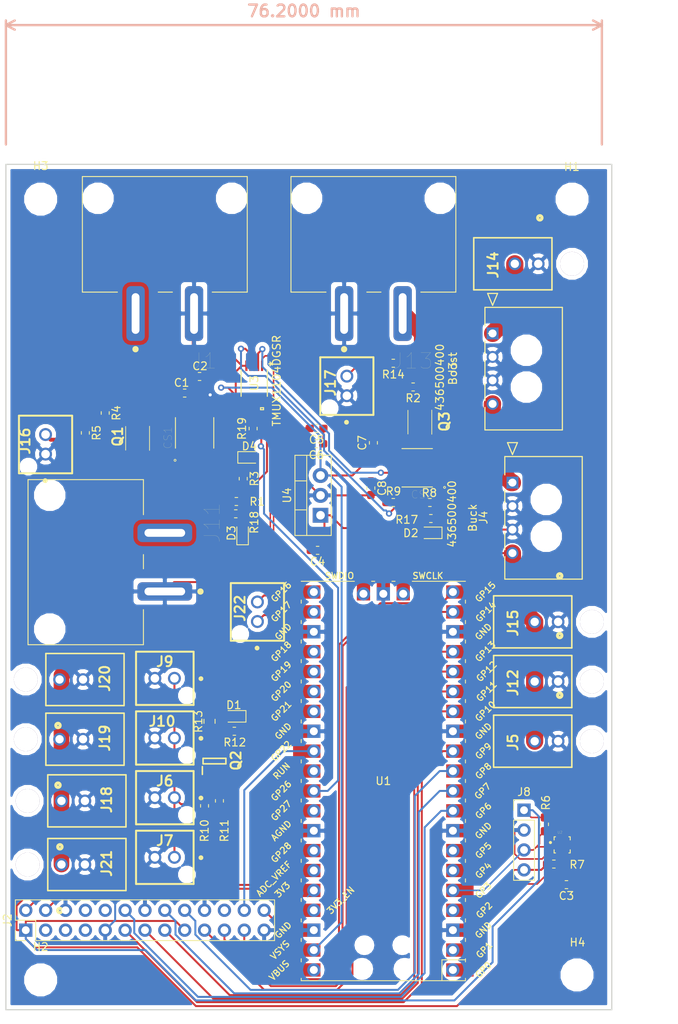
<source format=kicad_pcb>
(kicad_pcb (version 20211014) (generator pcbnew)
  (layers (0 "F.Cu" signal) (31 "B.Cu" signal) (34 "B.Paste" user) (35 "F.Paste" user) (36 "B.SilkS" user "B.Silkscreen") (37 "F.SilkS" user "F.Silkscreen") (38 "B.Mask" user) (39 "F.Mask" user) (44 "Edge.Cuts" user))
  (net 0 "")
  (net 1 "/leak_signal")
  (net 2 "Net-(Q2-Pad2)")
  (net 3 "Net-(Q2-Pad1)")
  (net 4 "GND")
  (net 5 "Net-(C1-Pad1)")
  (net 6 "/RV1")
  (net 7 "/MOS1")
  (net 8 "/MIN1")
  (net 9 "/MOS2")
  (net 10 "/MIN2")
  (net 11 "/B1B")
  (net 12 "Net-(C8-Pad1)")
  (net 13 "Net-(Q3-Pad4)")
  (net 14 "Net-(J13-Pad1)")
  (net 15 "Net-(Q1-Pad4)")
  (net 16 "Net-(U1-Pad43)")
  (net 17 "Net-(U1-Pad41)")
  (net 18 "/CTRL1")
  (net 19 "/CTRL2")
  (net 20 "/K1")
  (net 21 "/K2")
  (net 22 "/K3")
  (net 23 "/TP_SO")
  (net 24 "/CSB")
  (net 25 "Net-(U1-Pad30)")
  (net 26 "/MOUT")
  (net 27 "Net-(U1-Pad32)")
  (net 28 "Net-(U1-Pad34)")
  (net 29 "Net-(U1-Pad35)")
  (net 30 "/3.3V")
  (net 31 "Net-(U1-Pad37)")
  (net 32 "/5V")
  (net 33 "Net-(U1-Pad40)")
  (net 34 "/INT")
  (net 35 "/LCD_CS")
  (net 36 "/TP_CS")
  (net 37 "/TP_IRQ")
  (net 38 "/RS")
  (net 39 "/RST")
  (net 40 "/SI")
  (net 41 "/SCK")
  (net 42 "/SCL")
  (net 43 "/SDA")
  (net 44 "Net-(U1-Pad2)")
  (net 45 "Net-(U1-Pad1)")
  (net 46 "Net-(J1-Pad2)")
  (net 47 "/MIN4")
  (net 48 "/MIN3")
  (net 49 "/Buck_Out")
  (net 50 "/BOOST_OUT")
  (net 51 "/P")
  (net 52 "Net-(D1-Pad2)")
  (net 53 "Net-(D4-Pad2)")
  (net 54 "Net-(D3-Pad2)")
  (net 55 "Net-(D2-Pad2)")
  (net 56 "Net-(J17-Pad2)")
  (net 57 "Net-(J16-Pad2)")
  (net 58 "Net-(J2-Pad3)")
  (net 59 "Net-(J2-Pad5)")
  (net 60 "Net-(J2-Pad7)")
  (net 61 "Net-(J2-Pad8)")
  (net 62 "Net-(J2-Pad10)")
  (net 63 "Net-(J2-Pad22)")
  (net 64 "/TX")
  (net 65 "/RX")
  (net 66 "Net-(U1-Pad27)")
  (footprint "Resistor_SMD:R_0603_1608Metric_Pad1.05x0.95mm_HandSolder" (layer "F.Cu") (at 86.36 81.28 -90)
    (fp_text reference "R5")
    (fp_text value "20k")
  )
  (footprint "battery_connector:molex_supersabre_1x2_172043-0201" (layer "F.Cu") (at 96.52 97.79 -90)
    (fp_text reference "J11")
    (fp_text value "Battery_out")
  )
  (footprint "footprint:input" (layer "F.Cu") (at 151.13 105.41 90)
    (fp_text reference "J15")
    (fp_text value "Buck_out" hide)
  )
  (footprint "Connector_PinHeader_2.54mm:PinHeader_1x04_P2.54mm_Vertical" (layer "F.Cu") (at 142.448606 129.458684)
    (fp_text reference "J8")
    (fp_text value "bmp388")
  )
  (footprint "footprint:input" (layer "F.Cu") (at 151.13 120.65 90)
    (fp_text reference "J5")
    (fp_text value "Buck_out" hide)
  )
  (footprint "footprint:01x02" (layer "F.Cu") (at 123.19508 75.30592 -90)
    (fp_text reference "J17")
    (fp_text value "Conn_01x02_Male" hide)
  )
  (footprint "footprint:01x02" (layer "F.Cu") (at 84.6709 82.76082 -90)
    (fp_text reference "J16")
    (fp_text value "Conn_01x02_Male" hide)
  )
  (footprint "footprint:input" (layer "F.Cu") (at 78.74 112.776 -90)
    (fp_text reference "J20")
    (fp_text value "Battery_out" hide)
  )
  (footprint "footprint:input" (layer "F.Cu") (at 78.74 120.396 -90)
    (fp_text reference "J19")
    (fp_text value "Battery_out" hide)
  )
  (footprint "footprint:input" (layer "F.Cu") (at 78.982924 128.27 -90)
    (fp_text reference "J18")
    (fp_text value "Battery_out" hide)
  )
  (footprint "footprint:input" (layer "F.Cu") (at 78.982924 136.398 -90)
    (fp_text reference "J21")
    (fp_text value "Battery_out" hide)
  )
  (footprint "Resistor_SMD:R_0603_1608Metric_Pad1.05x0.95mm_HandSolder" (layer "F.Cu") (at 125.73 72.39 180)
    (fp_text reference "R14")
    (fp_text value "20k")
  )
  (footprint "Package_TO_SOT_THT:TO-220-3_Vertical" (layer "F.Cu") (at 116.42852 91.80068 90)
    (fp_text reference "U4")
    (fp_text value "LM7805_TO220")
  )
  (footprint "Connector_PinHeader_2.54mm:PinHeader_2x13_P2.54mm_Vertical" (layer "F.Cu") (at 78.74 144.78 90)
    (fp_text reference "J2")
    (fp_text value "Conn_02x13_Odd_Even")
  )
  (footprint "Resistor_SMD:R_0603_1608Metric_Pad1.05x0.95mm_HandSolder" (layer "F.Cu") (at 105.41 119.38)
    (fp_text reference "R12")
    (fp_text value "1k")
  )
  (footprint "Resistor_SMD:R_0603_1608Metric_Pad1.05x0.95mm_HandSolder" (layer "F.Cu") (at 145.064806 131.264624 90)
    (fp_text reference "R6")
    (fp_text value "4.7k")
  )
  (footprint "footprint:01x02" (layer "F.Cu") (at 111.76 104.14 -90)
    (fp_text reference "J22")
    (fp_text value "Conn_01x02_Male" hide)
  )
  (footprint "footprint:01x02" (layer "F.Cu") (at 96.52 109.22)
    (fp_text reference "J9")
    (fp_text value "probe2" hide)
  )
  (footprint "footprint:01x02" (layer "F.Cu") (at 96.52 116.84)
    (fp_text reference "J10")
    (fp_text value "probe3" hide)
  )
  (footprint "Resistor_SMD:R_0603_1608Metric_Pad1.05x0.95mm_HandSolder" (layer "F.Cu") (at 103.505 128.27 90)
    (fp_text reference "R11")
    (fp_text value "27k")
  )
  (footprint "footprint:input" (layer "F.Cu") (at 151.13 113.03 90)
    (fp_text reference "J12")
    (fp_text value "Buck_out" hide)
  )
  (footprint "footprint:CON_436500400_MOL" (layer "F.Cu") (at 140.97 87.63 90)
    (fp_text reference "J4")
    (fp_text value "Buck")
  )
  (footprint "footprint:input" (layer "F.Cu") (at 148.59 59.69 90)
    (fp_text reference "J14")
    (fp_text value "Boost_out" hide)
  )
  (footprint "Resistor_SMD:R_0603_1608Metric_Pad1.05x0.95mm_HandSolder" (layer "F.Cu") (at 125.73 90.17)
    (fp_text reference "R9")
    (fp_text value "10k")
  )
  (footprint "Capacitor_SMD:C_0603_1608Metric_Pad1.05x0.95mm_HandSolder" (layer "F.Cu") (at 123.19 82.55 90)
    (fp_text reference "C7")
    (fp_text value "0.1uF")
  )
  (footprint "footprint:SOT95P240X120-3N" (layer "F.Cu") (at 102.87 123.19 90)
    (fp_text reference "Q2")
    (fp_text value "MMBT3906" hide)
  )
  (footprint "LED_SMD:LED_0603_1608Metric" (layer "F.Cu") (at 106.4641 94.08414 90)
    (fp_text reference "D3")
    (fp_text value "LED")
  )
  (footprint "LED_SMD:LED_0603_1608Metric" (layer "F.Cu") (at 107.33786 84.41182)
    (fp_text reference "D4")
    (fp_text value "LED")
  )
  (footprint "MountingHole:MountingHole_3.2mm_M3" (layer "F.Cu") (at 149.28342 150.54072)
    (fp_text reference "H4")
    (fp_text value "MountingHole")
  )
  (footprint "MountingHole:MountingHole_3.2mm_M3" (layer "F.Cu") (at 80.64754 51.3969)
    (fp_text reference "H3")
    (fp_text value "MountingHole")
  )
  (footprint "MountingHole:MountingHole_3.2mm_M3" (layer "F.Cu") (at 80.63992 151.1173)
    (fp_text reference "H2")
    (fp_text value "MountingHole")
  )
  (footprint "MountingHole:MountingHole_3.2mm_M3" (layer "F.Cu") (at 148.55952 51.51374)
    (fp_text reference "H1")
    (fp_text value "MountingHole")
  )
  (footprint "footprint:SOIC127P600X175-8N" (layer "F.Cu") (at 100.33 81.28 90)
    (fp_text reference "CS1")
    (fp_text value "ACS712ELCTR-30A-T")
  )
  (footprint "footprint:SOIC127P600X175-8N" (layer "F.Cu") (at 128.78816 85.7377 180)
    (fp_text reference "CS2")
    (fp_text value "ACS712ELCTR-30A-T")
  )
  (footprint "footprint:SIS862DNT1GE3" (layer "F.Cu") (at 129.12852 79.89824 -90)
    (fp_text reference "Q3")
    (fp_text value "SIS427EDN-T1-GE3" hide)
  )
  (footprint "footprint:SIS862DNT1GE3" (layer "F.Cu") (at 93.04 81.959 -90)
    (fp_text reference "Q1")
    (fp_text value "SIS427EDN-T1-GE3" hide)
  )
  (footprint "footprint:RPi_Pico_SMD_TH" (layer "F.Cu") (at 124.46 125.73 180)
    (fp_text reference "U1")
    (fp_text value "Pico")
  )
  (footprint "footprint:PQFN50P200X200X80-10N" (layer "F.Cu") (at 147.325406 133.888444)
    (fp_text reference "U2")
    (fp_text value "BMP388")
  )
  (footprint "footprint:DGS10_TEX" (layer "F.Cu") (at 107.95 74.93 -90)
    (fp_text reference "U3")
    (fp_text value "TMUX1104DGSR")
  )
  (footprint "footprint:CON_436500400_MOL" (layer "F.Cu") (at 138.43 68.58 90)
    (fp_text reference "J3")
    (fp_text value "Boost")
  )
  (footprint "footprint:01x02" (layer "F.Cu") (at 96.52 132.08)
    (fp_text reference "J7")
    (fp_text value "probe4" hide)
  )
  (footprint "footprint:01x02" (layer "F.Cu") (at 96.52 124.46)
    (fp_text reference "J6")
    (fp_text value "probe1" hide)
  )
  (footprint "battery_connector:molex_supersabre_1x2_172043-0201" (layer "F.Cu") (at 96.52 66.04 180)
    (fp_text reference "J1")
    (fp_text value "IN1")
  )
  (footprint "battery_connector:molex_supersabre_1x2_172043-0201" (layer "F.Cu") (at 123.19 66.04 180)
    (fp_text reference "J13")
    (fp_text value "IN2")
  )
  (footprint "Resistor_SMD:R_0805_2012Metric_Pad1.15x1.40mm_HandSolder" (layer "F.Cu") (at 102.235 118.11 90)
    (fp_text reference "R13")
    (fp_text value "240")
  )
  (footprint "Resistor_SMD:R_0603_1608Metric_Pad1.05x0.95mm_HandSolder" (layer "F.Cu") (at 106.54538 87.12962 -90)
    (fp_text reference "R3")
    (fp_text value "10k")
  )
  (footprint "Resistor_SMD:R_0603_1608Metric_Pad1.05x0.95mm_HandSolder" (layer "F.Cu") (at 128.27 75.41768 180)
    (fp_text reference "R2")
    (fp_text value "10k")
  )
  (footprint "Resistor_SMD:R_0603_1608Metric_Pad1.05x0.95mm_HandSolder" (layer "F.Cu") (at 101.6 128.905 90)
    (fp_text reference "R10")
    (fp_text value "1k")
  )
  (footprint "Resistor_SMD:R_0603_1608Metric_Pad1.05x0.95mm_HandSolder" (layer "F.Cu") (at 130.415 90.17 180)
    (fp_text reference "R8")
    (fp_text value "2k")
  )
  (footprint "Resistor_SMD:R_0603_1608Metric_Pad1.05x0.95mm_HandSolder" (layer "F.Cu") (at 146.263686 136.339544)
    (fp_text reference "R7")
    (fp_text value "4.7k")
  )
  (footprint "Resistor_SMD:R_0603_1608Metric_Pad1.05x0.95mm_HandSolder" (layer "F.Cu") (at 105.66654 90.043)
    (fp_text reference "R1")
    (fp_text value "2k")
  )
  (footprint "Resistor_SMD:R_0603_1608Metric_Pad1.05x0.95mm_HandSolder" (layer "F.Cu") (at 107.8103 80.73136 90)
    (fp_text reference "R19")
    (fp_text value ".5k")
  )
  (footprint "Resistor_SMD:R_0603_1608Metric_Pad1.05x0.95mm_HandSolder" (layer "F.Cu") (at 105.59158 91.61272 180)
    (fp_text reference "R18")
    (fp_text value ".5k")
  )
  (footprint "Resistor_SMD:R_0603_1608Metric_Pad1.05x0.95mm_HandSolder" (layer "F.Cu") (at 130.53822 92.21724)
    (fp_text reference "R17")
    (fp_text value ".5k")
  )
  (footprint "Resistor_SMD:R_0603_1608Metric_Pad1.05x0.95mm_HandSolder" (layer "F.Cu") (at 88.9 78.74 -90)
    (fp_text reference "R4")
    (fp_text value "10k")
  )
  (footprint "LED_SMD:LED_0603_1608Metric" (layer "F.Cu") (at 105.41 117.475 180)
    (fp_text reference "D1")
    (fp_text value "LED")
  )
  (footprint "LED_SMD:LED_0603_1608Metric" (layer "F.Cu") (at 130.47472 94.0435 180)
    (fp_text reference "D2")
    (fp_text value "LED")
  )
  (footprint "Capacitor_SMD:C_0603_1608Metric_Pad1.05x0.95mm_HandSolder" (layer "F.Cu") (at 122.86488 88.33612 -90)
    (fp_text reference "C8")
    (fp_text value "1nF")
  )
  (footprint "Capacitor_SMD:C_0603_1608Metric_Pad1.05x0.95mm_HandSolder" (layer "F.Cu") (at 115.89258 82.67192 180)
    (fp_text reference "C6")
    (fp_text value "0.1u")
  )
  (footprint "Capacitor_SMD:C_0603_1608Metric_Pad1.05x0.95mm_HandSolder" (layer "F.Cu") (at 115.92306 80.71104 180)
    (fp_text reference "C5")
    (fp_text value "10u")
  )
  (footprint "Capacitor_SMD:C_0603_1608Metric_Pad1.05x0.95mm_HandSolder" (layer "F.Cu") (at 116.05514 96.2787 180)
    (fp_text reference "C4")
    (fp_text value "10u")
  )
  (footprint "Capacitor_SMD:C_0603_1608Metric_Pad1.05x0.95mm_HandSolder" (layer "F.Cu") (at 147.871506 138.965904 180)
    (fp_text reference "C3")
    (fp_text value "100n")
  )
  (footprint "Capacitor_SMD:C_0603_1608Metric_Pad1.05x0.95mm_HandSolder" (layer "F.Cu") (at 100.96246 74.08164 180)
    (fp_text reference "C2")
    (fp_text value "0.1uF")
  )
  (footprint "Capacitor_SMD:C_0603_1608Metric_Pad1.05x0.95mm_HandSolder" (layer "F.Cu") (at 99.06 76.2)
    (fp_text reference "C1")
    (fp_text value "1nF")
  )
  (gr_line (start 76.2 154.94) (end 153.67 154.94) (layer "Edge.Cuts") (width 0.15))
  (gr_line (start 153.67 154.94) (end 153.67 46.99) (layer "Edge.Cuts") (width 0.15))
  (gr_line (start 76.2 46.99) (end 76.2 154.94) (layer "Edge.Cuts") (width 0.15))
  (gr_line (start 153.67 46.99) (end 76.2 46.99) (layer "Edge.Cuts") (width 0.15))
  (dimension (type aligned) (layer "B.SilkS") (pts (xy 152.4 44.45) (xy 76.2 44.45)) (height 15.24) (gr_text "76.2000 mm" (at 114.3 27.41) (layer "B.SilkS") (effects (font (size 1.5 1.5) (thickness 0.3)))) (format (units 2) (units_format 1) (precision 4)) (style (thickness 0.3) (arrow_length 1.27) (text_position_mode 0) (extension_height 0.58642) (extension_offset 0) keep_text_aligned))
  (segment (start 102.235 119.135) (end 104.29 119.135) (width 0.25) (layer "F.Cu") (net 1))
  (segment (start 104.29 119.135) (end 104.535 119.38) (width 0.25) (layer "F.Cu") (net 1))
  (segment (start 102.235 120.41632) (end 102.87 121.05132) (width 0.25) (layer "F.Cu") (net 1))
  (segment (start 100.88372 116.84809) (end 100.88626 116.84555) (width 0.25) (layer "F.Cu") (net 1))
  (segment (start 102.235 119.135) (end 102.235 120.41632) (width 0.25) (layer "F.Cu") (net 1))
  (segment (start 102.235 119.135) (end 100.88372 117.78372) (width 0.25) (layer "F.Cu") (net 1))
  (segment (start 100.88626 115.87988) (end 102.46614 114.3) (width 0.25) (layer "F.Cu") (net 1))
  (segment (start 102.46614 114.3) (end 115.57 114.3) (width 0.25) (layer "F.Cu") (net 1))
  (segment (start 100.88372 117.78372) (end 100.88372 116.84809) (width 0.25) (layer "F.Cu") (net 1))
  (segment (start 102.87 121.05132) (end 102.87 121.99) (width 0.25) (layer "F.Cu") (net 1))
  (segment (start 100.88626 116.84555) (end 100.88626 115.87988) (width 0.25) (layer "F.Cu") (net 1))
  (segment (start 103.505 127.395) (end 103.505 124.705) (width 0.25) (layer "F.Cu") (net 2))
  (segment (start 103.505 124.705) (end 103.82 124.39) (width 0.25) (layer "F.Cu") (net 2))
  (segment (start 101.6 124.71) (end 101.92 124.39) (width 0.25) (layer "F.Cu") (net 3))
  (segment (start 103.505 129.145) (end 102.715 129.145) (width 0.25) (layer "F.Cu") (net 3))
  (segment (start 101.6 128.03) (end 101.6 124.71) (width 0.25) (layer "F.Cu") (net 3))
  (segment (start 102.715 129.145) (end 101.6 128.03) (width 0.25) (layer "F.Cu") (net 3))
  (segment (start 147.632746 131.795484) (end 147.675926 131.752304) (width 0.2) (layer "F.Cu") (net 4))
  (segment (start 113.86312 83.82638) (end 113.86312 86.74278) (width 0.25) (layer "F.Cu") (net 4))
  (segment (start 147.825406 133.123444) (end 147.825406 131.988144) (width 0.2) (layer "F.Cu") (net 4))
  (segment (start 113.86312 86.74278) (end 116.38102 89.26068) (width 0.25) (layer "F.Cu") (net 4))
  (segment (start 144.133842 138.879544) (end 140.750458 138.879544) (width 0.2) (layer "F.Cu") (net 4))
  (segment (start 114.42306 80.71104) (end 113.86312 81.27098) (width 0.25) (layer "F.Cu") (net 4))
  (segment (start 145.78963 134.653444) (end 146.450406 134.653444) (width 0.2) (layer "F.Cu") (net 4))
  (segment (start 106.285 119.38) (end 106.285 117.5625) (width 0.25) (layer "F.Cu") (net 4))
  (segment (start 105.57045 81.06453) (end 99.249528 81.06453) (width 0.25) (layer "F.Cu") (net 4))
  (segment (start 104.57815 66.04381) (end 104.58196 66.04) (width 0.25) (layer "F.Cu") (net 4))
  (segment (start 106.54538 86.25462) (end 106.49956 86.2088) (width 0.25) (layer "F.Cu") (net 4))
  (segment (start 97.08388 78.898882) (end 97.08388 75.98061) (width 0.25) (layer "F.Cu") (net 4))
  (segment (start 115.17852 89.26068) (end 114.13744 90.30176) (width 0.25) (layer "F.Cu") (net 4))
  (segment (start 140.367942 131.120101) (end 141.246525 131.998684) (width 0.2) (layer "F.Cu") (net 4))
  (segment (start 146.213696 135.952654) (end 146.213696 136.79969) (width 0.2) (layer "F.Cu") (net 4))
  (segment (start 115.04806 80.71104) (end 114.42306 80.71104) (width 0.25) (layer "F.Cu") (net 4))
  (segment (start 106.4641 98.0059) (end 104.14 100.33) (width 0.25) (layer "F.Cu") (net 4))
  (segment (start 146.450406 134.653444) (end 146.825406 134.653444) (width 0.2) (layer "F.Cu") (net 4))
  (segment (start 97.72 100.33) (end 96.52 101.53) (width 0.25) (layer "F.Cu") (net 4))
  (segment (start 102.235 78.58) (end 102.235 76.50988) (width 0.25) (layer "F.Cu") (net 4))
  (segment (start 126.08816 83.2827) (end 126.08816 83.8327) (width 0.25) (layer "F.Cu") (net 4))
  (segment (start 106.285 117.5625) (end 106.1975 117.475) (width 0.25) (layer "F.Cu") (net 4))
  (segment (start 123.19 81.675) (end 124.48046 81.675) (width 0.25) (layer "F.Cu") (net 4))
  (segment (start 99.935 74.2341) (end 100.08746 74.08164) (width 0.25) (layer "F.Cu") (net 4))
  (segment (start 142.448606 131.998684) (end 141.246525 131.998684) (width 0.2) (layer "F.Cu") (net 4))
  (segment (start 148.244886 135.512924) (end 147.825406 135.093444) (width 0.25) (layer "F.Cu") (net 4))
  (segment (start 106.285 119.38) (end 115.57 119.38) (width 0.25) (layer "F.Cu") (net 4))
  (segment (start 98.98285 74.08164) (end 100.08746 74.08164) (width 0.25) (layer "F.Cu") (net 4))
  (segment (start 115.01758 82.67192) (end 113.86312 83.82638) (width 0.25) (layer "F.Cu") (net 4))
  (segment (start 147.825406 134.653444) (end 147.825406 135.124145) (width 0.2) (layer "F.Cu") (net 4))
  (segment (start 122.81532 89.26068) (end 122.86488 89.21112) (width 0.25) (layer "F.Cu") (net 4))
  (segment (start 123.19 81.675) (end 123.19 79.93084) (width 0.25) (layer "F.Cu") (net 4))
  (segment (start 114.13744 90.30176) (end 114.13744 95.236) (width 0.25) (layer "F.Cu") (net 4))
  (segment (start 147.675926 131.752304) (end 147.675926 127.894044) (width 0.2) (layer "F.Cu") (net 4))
  (segment (start 116.38102 89.26068) (end 116.42852 89.26068) (width 0.25) (layer "F.Cu") (net 4))
  (segment (start 147.632746 131.795484) (end 147.325406 132.102824) (width 0.2) (layer "F.Cu") (net 4))
  (segment (start 123.19 79.93084) (end 119.79508 76.53592) (width 0.25) (layer "F.Cu") (net 4))
  (segment (start 99.935 76.2) (end 99.935 74.2341) (width 0.25) (layer "F.Cu") (net 4))
  (segment (start 104.14 100.33) (end 97.72 100.33) (width 0.25) (layer "F.Cu") (net 4))
  (segment (start 147.825406 131.988144) (end 147.632746 131.795484) (width 0.2) (layer "F.Cu") (net 4))
  (segment (start 146.996506 138.965904) (end 146.996506 138.390904) (width 0.25) (layer "F.Cu") (net 4))
  (segment (start 147.825406 135.093444) (end 147.825406 134.653444) (width 0.25) (layer "F.Cu") (net 4))
  (segment (start 100.08746 66.21254) (end 100.26 66.04) (width 0.25) (layer "F.Cu") (net 4))
  (segment (start 134.850002 144.78) (end 133.35 144.78) (width 0.2) (layer "F.Cu") (net 4))
  (segment (start 147.675926 127.894044) (end 146.959646 127.177764) (width 0.2) (layer "F.Cu") (net 4))
  (segment (start 100.08746 74.08164) (end 100.08746 66.21254) (width 0.25) (layer "F.Cu") (net 4))
  (segment (start 140.750458 138.879544) (end 134.850002 144.78) (width 0.2) (layer "F.Cu") (net 4))
  (segment (start 148.244886 137.142524) (end 148.244886 135.512924) (width 0.25) (layer "F.Cu") (net 4))
  (segment (start 107.95508 69.42074) (end 104.57815 66.04381) (width 0.25) (layer "F.Cu") (net 4))
  (segment (start 107.95508 71.146818) (end 107.95508 69.42074) (width 0.25) (layer "F.Cu") (net 4))
  (segment (start 122.86488 89.21112) (end 123.89612 89.21112) (width 0.25) (layer "F.Cu") (net 4))
  (segment (start 146.213696 136.79969) (end 144.133842 138.879544) (width 0.2) (layer "F.Cu") (net 4))
  (segment (start 146.959646 127.177764) (end 141.036369 127.177764) (width 0.2) (layer "F.Cu") (net 4))
  (segment (start 124.48046 81.675) (end 126.08816 83.2827) (width 0.25) (layer "F.Cu") (net 4))
  (segment (start 107.95 71.151898) (end 107.95508 71.146818) (width 0.25) (layer "F.Cu") (net 4))
  (segment (start 113.86312 81.27098) (end 113.86312 86.74278) (width 0.25) (layer "F.Cu") (net 4))
  (segment (start 106.49956 86.2088) (end 106.49956 81.99364) (width 0.25) (layer "F.Cu") (net 4))
  (segment (start 106.4641 94.87164) (end 106.4641 98.0059) (width 0.25) (layer "F.Cu") (net 4))
  (segment (start 141.896605 135.688685) (end 144.754389 135.688685) (width 0.2) (layer "F.Cu") (net 4))
  (segment (start 131.26222 94.0435) (end 138.016498 94.0435) (width 0.25) (layer "F.Cu") (net 4))
  (segment (start 141.246525 135.038605) (end 141.896605 135.688685) (width 0.2) (layer "F.Cu") (net 4))
  (segment (start 106.49956 81.99364) (end 105.57045 81.06453) (width 0.25) (layer "F.Cu") (net 4))
  (segment (start 141.246525 131.998684) (end 141.246525 135.038605) (width 0.2) (layer "F.Cu") (net 4))
  (segment (start 147.825406 135.124145) (end 147.385017 135.564534) (width 0.2) (layer "F.Cu") (net 4))
  (segment (start 147.325406 133.123444) (end 147.325406 132.102824) (width 0.2) (layer "F.Cu") (net 4))
  (segment (start 138.43 93.629998) (end 140.97 93.629998) (width 0.25) (layer "F.Cu") (net 4))
  (segment (start 116.42852 89.26068) (end 122.81532 89.26068) (width 0.25) (layer "F.Cu") (net 4))
  (segment (start 102.235 76.50988) (end 102.31882 76.42606) (width 0.25) (layer "F.Cu") (net 4))
  (segment (start 116.42852 89.26068) (end 115.17852 89.26068) (width 0.25) (layer "F.Cu") (net 4))
  (segment (start 97.08388 75.98061) (end 98.98285 74.08164) (width 0.25) (layer "F.Cu") (net 4))
  (segment (start 147.385017 135.564534) (end 146.601816 135.564534) (width 0.2) (layer "F.Cu") (net 4))
  (segment (start 141.036369 127.177764) (end 140.367942 127.846191) (width 0.2) (layer "F.Cu") (net 4))
  (segment (start 146.601816 135.564534) (end 146.213696 135.952654) (width 0.2) (layer "F.Cu") (net 4))
  (segment (start 138.016498 94.0435) (end 138.43 93.629998) (width 0.25) (layer "F.Cu") (net 4))
  (segment (start 123.89612 89.21112) (end 124.855 90.17) (width 0.25) (layer "F.Cu") (net 4))
  (segment (start 107.95 72.71385) (end 107.95 71.151898) (width 0.25) (layer "F.Cu") (net 4))
  (segment (start 114.13744 95.236) (end 115.18014 96.2787) (width 0.25) (layer "F.Cu") (net 4))
  (segment (start 99.249528 81.06453) (end 97.08388 78.898882) (width 0.25) (layer "F.Cu") (net 4))
  (segment (start 104.58196 66.04) (end 100.26 66.04) (width 0.25) (layer "F.Cu") (net 4))
  (segment (start 146.996506 138.390904) (end 148.244886 137.142524) (width 0.25) (layer "F.Cu") (net 4))
  (segment (start 140.367942 127.846191) (end 140.367942 131.120101) (width 0.2) (layer "F.Cu") (net 4))
  (segment (start 144.754389 135.688685) (end 145.78963 134.653444) (width 0.2) (layer "F.Cu") (net 4))
  (via (at 102.31882 76.42606) (size 0.8) (drill 0.4) (layers "F.Cu" "B.Cu") (net 4))
  (segment (start 90.17 143.51) (end 90.17 140.97) (width 0.25) (layer "B.Cu") (net 4))
  (segment (start 93.98 140.97) (end 93.98 142.24) (width 0.25) (layer "B.Cu") (net 4))
  (segment (start 91.44 139.7) (end 92.71 139.7) (width 0.25) (layer "B.Cu") (net 4))
  (segment (start 90.17 140.97) (end 91.44 139.7) (width 0.25) (layer "B.Cu") (net 4))
  (segment (start 92.71 139.7) (end 93.98 140.97) (width 0.25) (layer "B.Cu") (net 4))
  (segment (start 88.9 144.78) (end 90.17 143.51) (width 0.25) (layer "B.Cu") (net 4))
  (segment (start 98.425 78.58) (end 98.425 76.44) (width 0.25) (layer "F.Cu") (net 5))
  (segment (start 98.425 76.44) (end 98.185 76.2) (width 0.25) (layer "F.Cu") (net 5))
  (segment (start 90.34018 105.22458) (end 90.34018 97.58172) (width 2) (layer "F.Cu") (net 6))
  (segment (start 102.265 83.98) (end 102.79126 83.45374) (width 1) (layer "F.Cu") (net 6))
  (segment (start 102.265 83.98) (end 102.94874 84.66374) (width 1) (layer "F.Cu") (net 6))
  (segment (start 96.52 94.05) (end 91.51 94.05) (width 2.5) (layer "F.Cu") (net 6))
  (segment (start 100.965 83.98) (end 102.265 83.98) (width 1) (layer "F.Cu") (net 6))
  (segment (start 101.86162 84.32662) (end 101.86162 84.57692) (width 0.25) (layer "F.Cu") (net 6))
  (segment (start 102.94874 84.66374) (end 102.94874 86.12378) (width 1) (layer "F.Cu") (net 6))
  (segment (start 95.18 92.71) (end 92.71 92.71) (width 2.5) (layer "F.Cu") (net 6))
  (segment (start 102.11308 82.9564) (end 100.89642 82.9564) (width 1) (layer "F.Cu") (net 6))
  (segment (start 96.52 94.05) (end 95.18 92.71) (width 2.5) (layer "F.Cu") (net 6))
  (segment (start 90.34018 97.58172) (end 91.81999 96.10191) (width 2) (layer "F.Cu") (net 6))
  (segment (start 100.89642 82.9564) (end 100.99802 83.058) (width 1) (layer "F.Cu") (net 6))
  (segment (start 102.235 83.98) (end 102.235 83.07832) (width 1) (layer "F.Cu") (net 6))
  (segment (start 83.302924 112.261836) (end 90.34018 105.22458) (width 2) (layer "F.Cu") (net 6))
  (segment (start 101.53 94.05) (end 101.46 93.98) (width 2.5) (layer "F.Cu") (net 6))
  (segment (start 83.302924 136.398) (end 83.302924 112.261836) (width 2) (layer "F.Cu") (net 6))
  (segment (start 101.515 83.98) (end 101.86162 84.32662) (width 0.25) (layer "F.Cu") (net 6))
  (segment (start 96.52 94.05) (end 101.53 94.05) (width 2.5) (layer "F.Cu") (net 6))
  (segment (start 102.63378 86.12378) (end 101.27742 84.76742) (width 1) (layer "F.Cu") (net 6))
  (segment (start 96.52 94.05) (end 97.86 92.71) (width 2.5) (layer "F.Cu") (net 6))
  (segment (start 97.86 92.71) (end 101.6 92.71) (width 2.5) (layer "F.Cu") (net 6))
  (segment (start 95.27429 95.29571) (end 92.75571 95.29571) (width 2.5) (layer "F.Cu") (net 6))
  (segment (start 96.52 94.05) (end 95.27429 95.29571) (width 2.5) (layer "F.Cu") (net 6))
  (segment (start 96.52 94.05) (end 97.76571 95.29571) (width 2.5) (layer "F.Cu") (net 6))
  (segment (start 91.81999 96.10191) (end 91.81999 96.07001) (width 2) (layer "F.Cu") (net 6))
  (segment (start 100.99802 83.058) (end 103.29418 83.058) (width 1) (layer "F.Cu") (net 6))
  (segment (start 100.965 83.98) (end 101.515 83.98) (width 0.25) (layer "F.Cu") (net 6))
  (segment (start 102.94874 86.12378) (end 102.63378 86.12378) (width 1) (layer "F.Cu") (net 6))
  (segment (start 97.76571 95.29571) (end 100.28429 95.29571) (width 2.5) (layer "F.Cu") (net 6))
  (segment (start 91.81999 96.07001) (end 95.18 92.71) (width 2) (layer "F.Cu") (net 6))
  (segment (start 102.235 83.07832) (end 102.11308 82.9564) (width 1) (layer "F.Cu") (net 6))
  (segment (start 93.042 82.524) (end 94.032 83.514) (width 0.25) (layer "F.Cu") (net 7))
  (segment (start 98.425 83.98) (end 97.79 83.98) (width 2.5) (layer "F.Cu") (net 7))
  (segment (start 98.425 83.77428) (end 97.78492 83.1342) (width 1) (layer "F.Cu") (net 7))
  (segment (start 98.425 83.72856) (end 99.34448 82.80908) (width 1) (layer "F.Cu") (net 7))
  (segment (start 98.60788 85.33384) (end 98.7298 85.21192) (width 0.25) (layer "F.Cu") (net 7))
  (segment (start 92.052 83.009) (end 91.74794 82.70494) (width 0.25) (layer "F.Cu") (net 7))
  (segment (start 92.052 83.43378) (end 91.58732 82.9691) (width 1) (layer "F.Cu") (net 7))
  (segment (start 98.425 83.98) (end 98.425 84.13496) (width 1) (layer "F.Cu") (net 7))
  (segment (start 98.975 83.98) (end 99.13874 83.81626) (width 0.25) (layer "F.Cu") (net 7))
  (segment (start 94.80938 83.514) (end 93.69238 82.397) (width 1) (layer "F.Cu") (net 7))
  (segment (start 98.425 83.98) (end 98.425 85.005) (width 0.25) (layer "F.Cu") (net 7))
  (segment (start 98.425 84.16544) (end 97.78492 84.80552) (width 1) (layer "F.Cu") (net 7))
  (segment (start 94.36146 82.67954) (end 94.8944 82.67954) (width 0.25) (layer "F.Cu") (net 7))
  (segment (start 97.79 83.98) (end 96.68 83.98) (width 2.5) (layer "F.Cu") (net 7))
  (segment (start 94.032 83.514) (end 94.032 83.009) (width 0.25) (layer "F.Cu") (net 7))
  (segment (start 98.425 83.98) (end 98.975 83.98) (width 0.25) (layer "F.Cu") (net 7))
  (segment (start 98.425 83.98) (end 98.425 84.16544) (width 1) (layer "F.Cu") (net 7))
  (segment (start 98.425 83.98) (end 98.425 83.185) (width 2.5) (layer "F.Cu") (net 7))
  (segment (start 93.042 82.397) (end 93.042 82.524) (width 0.25) (layer "F.Cu") (net 7))
  (segment (start 92.052 83.514) (end 94.80938 83.514) (width 1) (layer "F.Cu") (net 7))
  (segment (start 92.052 83.514) (end 92.052 83.009) (width 0.25) (layer "F.Cu") (net 7))
  (segment (start 94.032 83.009) (end 94.36146 82.67954) (width 0.25) (layer "F.Cu") (net 7))
  (segment (start 98.425 83.98) (end 98.425 83.72856) (width 1) (layer "F.Cu") (net 7))
  (segment (start 91.74794 82.70494) (end 91.4273 82.70494) (width 0.25) (layer "F.Cu") (net 7))
  (segment (start 91.58732 82.9691) (end 91.58732 84.24672) (width 1) (layer "F.Cu") (net 7))
  (segment (start 93.042 83.184) (end 93.372 83.514) (width 0.25) (layer "F.Cu") (net 7))
  (segment (start 98.09616 85.33384) (end 98.60788 85.33384) (width 0.25) (layer "F.Cu") (net 7))
  (segment (start 99.69641 84.65171) (end 99.31908 85.02904) (width 1) (layer "F.Cu") (net 7))
  (segment (start 93.042 82.524) (end 92.052 83.514) (width 0.25) (layer "F.Cu") (net 7))
  (segment (start 91.58732 84.24672) (end 91.5924 84.24164) (width 1) (layer "F.Cu") (net 7))
  (segment (start 91.5924 84.24164) (end 94.5896 84.24164) (width 1) (layer "F.Cu") (net 7))
  (segment (start 93.69238 82.397) (end 93.042 82.397) (width 1) (layer "F.Cu") (net 7))
  (segment (start 99.34448 82.80908) (end 99.69641 83.16101) (width 1) (layer "F.Cu") (net 7))
  (segment (start 93.042 83.184) (end 92.712 83.514) (width 0.25) (layer "F.Cu") (net 7))
  (segment (start 99.69641 83.16101) (end 99.69641 84.65171) (width 1) (layer "F.Cu") (net 7))
  (segment (start 98.425 85.005) (end 98.09616 85.33384) (width 0.25) (layer "F.Cu") (net 7))
  (segment (start 98.425 83.98) (end 98.425 83.77428) (width 1) (layer "F.Cu") (net 7))
  (segment (start 93.042 82.397) (end 93.042 83.184) (width 0.25) (layer "F.Cu") (net 7))
  (segment (start 92.052 83.514) (end 92.052 83.43378) (width 1) (layer "F.Cu") (net 7))
  (segment (start 98.425 84.13496) (end 99.31908 85.02904) (width 1) (layer "F.Cu") (net 7))
  (segment (start 107.450001 78.0629) (end 107.450001 77.14615) (width 0.25) (layer "F.Cu") (net 8))
  (segment (start 105.19918 80.61452) (end 107.450001 78.363699) (width 0.25) (layer "F.Cu") (net 8))
  (segment (start 99.695 78.58) (end 99.695 79.055) (width 0.25) (layer "F.Cu") (net 8))
  (segment (start 99.695 79.055) (end 101.25452 80.61452) (width 0.25) (layer "F.Cu") (net 8))
  (segment (start 101.25452 80.61452) (end 105.19918 80.61452) (width 0.25) (layer "F.Cu") (net 8))
  (segment (start 107.450001 78.363699) (end 107.450001 78.0629) (width 0.25) (layer "F.Cu") (net 8))
  (segment (start 129.13052 85.980062) (end 129.753159 86.602701) (width 2) (layer "F.Cu") (net 9))
  (segment (start 129.13052 85.95052) (end 129.13052 85.980062) (width 2) (layer "F.Cu") (net 9))
  (segment (start 129.753159 86.602701) (end 132.08 86.602701) (width 2) (layer "F.Cu") (net 9))
  (segment (start 128.14052 81.32624) (end 129.13052 80.33624) (width 1) (layer "F.Cu") (net 9))
  (segment (start 131.48816 87.194541) (end 132.08 86.602701) (width 1.5) (layer "F.Cu") (net 9))
  (segment (start 129.13052 80.33624) (end 129.13052 80.46324) (width 1) (layer "F.Cu") (net 9))
  (segment (start 128.14052 81.45324) (end 128.14052 81.32624) (width 1) (layer "F.Cu") (net 9))
  (segment (start 129.13052 80.46324) (end 130.12052 81.45324) (width 1) (layer "F.Cu") (net 9))
  (segment (start 131.48816 87.6427) (end 131.48816 87.194541) (width 1.5) (layer "F.Cu") (net 9))
  (segment (start 129.13052 80.33624) (end 129.13052 85.95052) (width 2) (layer "F.Cu") (net 9))
  (segment (start 108.449999 72.71385) (end 108.449999 71.124361) (width 0.25) (layer "F.Cu") (net 10))
  (segment (start 124.15012 86.3727) (end 124.13996 86.36254) (width 0.25) (layer "F.Cu") (net 10))
  (segment (start 108.449999 71.124361) (end 108.9914 70.58296) (width 0.25) (layer "F.Cu") (net 10))
  (segment (start 126.08816 86.3727) (end 124.15012 86.3727) (width 0.25) (layer "F.Cu") (net 10))
  (via (at 124.13996 86.36254) (size 0.8) (drill 0.4) (layers "F.Cu" "B.Cu") (net 10))
  (via (at 108.9914 70.58296) (size 0.8) (drill 0.4) (layers "F.Cu" "B.Cu") (net 10))
  (segment (start 117.52326 81.37511) (end 117.52326 83.55697) (width 0.25) (layer "B.Cu") (net 10))
  (segment (start 108.9914 70.58296) (end 108.9914 72.84325) (width 0.25) (layer "B.Cu") (net 10))
  (segment (start 120.32883 86.36254) (end 122.91568 86.36254) (width 0.25) (layer "B.Cu") (net 10))
  (segment (start 108.9914 72.84325) (end 117.52326 81.37511) (width 0.25) (layer "B.Cu") (net 10))
  (segment (start 117.52326 83.55697) (end 120.32883 86.36254) (width 0.25) (layer "B.Cu") (net 10))
  (segment (start 124.13996 86.36254) (end 122.91568 86.36254) (width 0.25) (layer "B.Cu") (net 10))
  (segment (start 136.98728 83.76158) (end 140.8557 87.63) (width 2.2) (layer "F.Cu") (net 11))
  (segment (start 138.32332 87.63) (end 140.97 87.63) (width 0.25) (layer "F.Cu") (net 11))
  (segment (start 131.29 90.17) (end 135.78332 90.17) (width 0.25) (layer "F.Cu") (net 11))
  (segment (start 131.48816 83.8327) (end 132.75816 83.8327) (width 2.2) (layer "F.Cu") (net 11))
  (segment (start 131.96316 83.8327) (end 132.03428 83.76158) (width 2.2) (layer "F.Cu") (net 11))
  (segment (start 132.288169 84.302691) (end 131.938169 84.652691) (width 1.5) (layer "F.Cu") (net 11))
  (segment (start 135.78332 90.17) (end 138.32332 87.63) (width 0.25) (layer "F.Cu") (net 11))
  (segment (start 132.77086 83.82) (end 131.688169 84.902691) (width 1) (layer "F.Cu") (net 11))
  (segment (start 138.39444 82.35442) (end 138.39444 77.615557) (width 2.2) (layer "F.Cu") (net 11))
  (segment (start 131.48816 83.8327) (end 131.96316 83.8327) (width 2) (layer "F.Cu") (net 11))
  (segment (start 131.96316 83.8327) (end 131.97586 83.82) (width 2) (layer "F.Cu") (net 11))
  (segment (start 136.98728 83.76158) (end 138.39444 82.35442) (width 2.2) (layer "F.Cu") (net 11))
  (segment (start 131.97586 83.82) (end 133.35 83.82) (width 2) (layer "F.Cu") (net 11))
  (segment (start 132.03428 83.76158) (end 136.98728 83.76158) (width 2.2) (layer "F.Cu") (net 11))
  (segment (start 131.29 90.17) (end 131.29 92.09402) (width 0.25) (layer "F.Cu") (net 11))
  (segment (start 140.8557 87.63) (end 140.97 87.63) (width 2.2) (layer "F.Cu") (net 11))
  (segment (start 138.39444 77.615557) (end 138.43 77.579997) (width 2.2) (layer "F.Cu") (net 11))
  (segment (start 133.35 83.82) (end 132.77086 83.82) (width 1.5) (layer "F.Cu") (net 11))
  (segment (start 132.75816 83.8327) (end 132.77086 83.82) (width 2.2) (layer "F.Cu") (net 11))
  (segment (start 132.77086 83.82) (end 131.97586 83.82) (width 2.2) (layer "F.Cu") (net 11))
  (segment (start 132.77086 83.82) (end 132.288169 84.302691) (width 2.2) (layer "F.Cu") (net 11))
  (segment (start 131.29 92.09402) (end 131.41322 92.21724) (width 0.25) (layer "F.Cu") (net 11))
  (segment (start 122.86488 87.46112) (end 125.90658 87.46112) (width 0.25) (layer "F.Cu") (net 12))
  (segment (start 125.90658 87.46112) (end 126.08816 87.6427) (width 0.25) (layer "F.Cu") (net 12))
  (segment (start 127.395 75.99268) (end 127.395 75.41768) (width 0.25) (layer "F.Cu") (net 13))
  (segment (start 127.395 75.41768) (end 127.395 73.18) (width 0.25) (layer "F.Cu") (net 13))
  (segment (start 127.395 73.18) (end 126.605 72.39) (width 0.25) (layer "F.Cu") (net 13))
  (segment (start 127.395 76.85272) (end 127.395 75.99268) (width 0.25) (layer "F.Cu") (net 13))
  (segment (start 128.14052 77.59824) (end 127.395 76.85272) (width 0.25) (layer "F.Cu") (net 13))
  (segment (start 128.14052 78.34324) (end 128.14052 77.59824) (width 0.25) (layer "F.Cu") (net 13))
  (segment (start 126.93 66.04) (end 129.47 68.58) (width 2.2) (layer "F.Cu") (net 14))
  (segment (start 129.47 68.58) (end 129.47 76.635218) (width 2.2) (layer "F.Cu") (net 14))
  (segment (start 129.643021 76.808239) (end 129.643021 78.03623) (width 2.2) (layer "F.Cu") (net 14))
  (segment (start 129.47 76.635218) (end 129.643021 76.808239) (width 2.2) (layer "F.Cu") (net 14))
  (segment (start 88.9 79.615) (end 90.61793 79.615) (width 1) (layer "F.Cu") (net 15))
  (segment (start 88.9 79.615) (end 87.15 79.615) (width 1) (layer "F.Cu") (net 15))
  (segment (start 91.40693 80.404) (end 91.754491 80.404) (width 1) (layer "F.Cu") (net 15))
  (segment (start 87.15 79.615) (end 86.36 80.405) (width 1) (layer "F.Cu") (net 15))
  (segment (start 90.61793 79.615) (end 91.40693 80.404) (width 1) (layer "F.Cu") (net 15))
  (segment (start 104.8258 107.56392) (end 104.8258 108.061352) (width 0.25) (layer "F.Cu") (net 18))
  (segment (start 105.984448 109.22) (end 107.21086 109.22) (width 0.25) (layer "F.Cu") (net 18))
  (segment (start 110.42396 97.60204) (end 104.8258 103.2002) (width 0.2) (layer "F.Cu") (net 18))
  (segment (start 108.950001 72.71385) (end 108.950001 71.8471) (width 0.2) (layer "F.Cu") (net 18))
  (segment (start 104.8258 108.061352) (end 105.984448 109.22) (width 0.25) (layer "F.Cu") (net 18))
  (segment (start 109.354521 71.44258) (end 109.98708 71.44258) (width 0.2) (layer "F.Cu") (net 18))
  (segment (start 104.8258 103.2002) (end 104.8258 107.56392) (width 0.2) (layer "F.Cu") (net 18))
  (segment (start 110.42396 71.87946) (end 110.42396 97.60204) (width 0.2) (layer "F.Cu") (net 18))
  (segment (start 109.98708 71.44258) (end 110.42396 71.87946) (width 0.2) (layer "F.Cu") (net 18))
  (segment (start 107.21086 109.22) (end 115.57 109.22) (width 0.2) (layer "F.Cu") (net 18))
  (segment (start 108.950001 71.8471) (end 109.354521 71.44258) (width 0.2) (layer "F.Cu") (net 18))
  (segment (start 107.64774 111.484346) (end 115.294346 111.484346) (width 0.2) (layer "F.Cu") (net 19))
  (segment (start 104.25938 103.18242) (end 104.25938 108.095986) (width 0.2) (layer "F.Cu") (net 19))
  (segment (start 108.950001 77.14615) (end 110.01248 78.208629) (width 0.2) (layer "F.Cu") (net 19))
  (segment (start 115.294346 111.484346) (end 115.57 111.76) (width 0.2) (layer "F.Cu") (net 19))
  (segment (start 110.01248 97.42932) (end 104.25938 103.18242) (width 0.2) (layer "F.Cu") (net 19))
  (segment (start 110.01248 78.208629) (end 110.01248 97.42932) (width 0.2) (layer "F.Cu") (net 19))
  (segment (start 104.25938 108.095986) (end 107.64774 111.484346) (width 0.2) (layer "F.Cu") (net 19))
  (segment (start 129.74066 131.65328) (end 131.85394 129.54) (width 0.25) (layer "B.Cu") (net 20))
  (segment (start 92.615001 143.415001) (end 92.615001 145.154003) (width 0.25) (layer "B.Cu") (net 20))
  (segment (start 92.615001 145.154003) (end 100.76102 153.300022) (width 0.25) (layer "B.Cu") (net 20))
  (segment (start 131.85394 129.54) (end 133.35 129.54) (width 0.25) (layer "B.Cu") (net 20))
  (segment (start 129.74066 150.260162) (end 129.74066 131.65328) (width 0.25) (layer "B.Cu") (net 20))
  (segment (start 100.76102 153.300022) (end 126.700802 153.300022) (width 0.25) (layer "B.Cu") (net 20))
  (segment (start 91.44 142.24) (end 92.615001 143.415001) (width 0.25) (layer "B.Cu") (net 20))
  (segment (start 126.700802 153.300022) (end 129.74066 150.260162) (width 0.25) (layer "B.Cu") (net 20))
  (segment (start 105.391009 152.850011) (end 126.514402 152.850011) (width 0.25) (layer "B.Cu") (net 21))
  (segment (start 128.98882 150.375592) (end 128.98882 129.68224) (width 0.25) (layer "B.Cu") (net 21))
  (segment (start 96.52 142.24) (end 97.884999 143.604999) (width 0.25) (layer "B.Cu") (net 21))
  (segment (start 126.514402 152.850011) (end 128.98882 150.375592) (width 0.25) (layer "B.Cu") (net 21))
  (segment (start 97.884999 143.604999) (end 97.884999 145.344001) (width 0.25) (layer "B.Cu") (net 21))
  (segment (start 97.884999 145.344001) (end 105.391009 152.850011) (width 0.25) (layer "B.Cu") (net 21))
  (segment (start 131.67106 127) (end 133.35 127) (width 0.25) (layer "B.Cu") (net 21))
  (segment (start 128.98882 129.68224) (end 131.67106 127) (width 0.25) (layer "B.Cu") (net 21))
  (segment (start 107.480998 152.4) (end 126.328002 152.4) (width 0.25) (layer "B.Cu") (net 22))
  (segment (start 128.49352 150.234482) (end 128.49352 127.63754) (width 0.25) (layer "B.Cu") (net 22))
  (segment (start 128.49352 127.63754) (end 131.67106 124.46) (width 0.25) (layer "B.Cu") (net 22))
  (segment (start 100.424999 143.604999) (end 100.424999 145.344001) (width 0.25) (layer "B.Cu") (net 22))
  (segment (start 131.67106 124.46) (end 133.35 124.46) (width 0.25) (layer "B.Cu") (net 22))
  (segment (start 100.424999 145.344001) (end 107.480998 152.4) (width 0.25) (layer "B.Cu") (net 22))
  (segment (start 99.06 142.24) (end 100.424999 143.604999) (width 0.25) (layer "B.Cu") (net 22))
  (segment (start 126.328002 152.4) (end 128.49352 150.234482) (width 0.25) (layer "B.Cu") (net 22))
  (segment (start 104.14 145.982081) (end 110.092942 151.935023) (width 0.25) (layer "F.Cu") (net 23))
  (segment (start 124.32284 109.22) (end 133.35 109.22) (width 0.25) (layer "F.Cu") (net 23))
  (segment (start 118.377139 151.935023) (end 119.76862 150.543542) (width 0.25) (layer "F.Cu") (net 23))
  (segment (start 104.14 144.78) (end 104.14 145.982081) (width 0.25) (layer "F.Cu") (net 23))
  (segment (start 110.092942 151.935023) (end 118.377139 151.935023) (width 0.25) (layer "F.Cu") (net 23))
  (segment (start 119.76862 113.77422) (end 124.32284 109.22) (width 0.25) (layer "F.Cu") (net 23))
  (segment (start 119.76862 150.543542) (end 119.76862 113.77422) (width 0.25) (layer "F.Cu") (net 23))
  (segment (start 139.56792 127.514813) (end 139.56792 133.06552) (width 0.2) (layer "F.Cu") (net 24))
  (segment (start 148.481845 134.138444) (end 148.716095 133.904194) (width 0.2) (layer "F.Cu") (net 24))
  (segment (start 140.772339 126.310394) (end 139.56792 127.514813) (width 0.2) (layer "F.Cu") (net 24))
  (segment (start 148.716095 127.794473) (end 147.232015 126.310393) (width 0.2) (layer "F.Cu") (net 24))
  (segment (start 139.56792 133.06552) (end 138.01344 134.62) (width 0.2) (layer "F.Cu") (net 24))
  (segment (start 147.232015 126.310393) (end 140.772339 126.310394) (width 0.2) (layer "F.Cu") (net 24))
  (segment (start 148.716095 133.904194) (end 148.716095 127.794473) (width 0.2) (layer "F.Cu") (net 24))
  (segment (start 148.090406 134.138444) (end 148.481845 134.138444) (width 0.2) (layer "F.Cu") (net 24))
  (segment (start 138.01344 134.62) (end 133.35 134.62) (width 0.2) (layer "F.Cu") (net 24))
  (segment (start 108.309372 78.422272) (end 108.309372 79.357288) (width 0.25) (layer "F.Cu") (net 26))
  (segment (start 108.85822 80.90428) (end 108.85822 82.93972) (width 0.25) (layer "F.Cu") (net 26))
  (segment (start 108.85822 82.93972) (end 108.80598 82.99196) (width 0.25) (layer "F.Cu") (net 26))
  (segment (start 107.95 77.14615) (end 107.95 78.0629) (width 0.25) (layer "F.Cu") (net 26))
  (segment (start 107.8103 79.85636) (end 108.85822 80.90428) (width 0.25) (layer "F.Cu") (net 26))
  (segment (start 107.95 78.0629) (end 108.309372 78.422272) (width 0.25) (layer "F.Cu") (net 26))
  (segment (start 108.309372 79.357288) (end 107.8103 79.85636) (width 0.25) (layer "F.Cu") (net 26))
  (via (at 108.80598 82.99196) (size 0.8) (drill 0.4) (layers "F.Cu" "B.Cu") (net 26))
  (segment (start 118.67642 125.66396) (end 117.34038 127) (width 0.25) (layer "B.Cu") (net 26))
  (segment (start 118.67642 101.07168) (end 118.67642 125.66396) (width 0.25) (layer "B.Cu") (net 26))
  (segment (start 117.34038 127) (end 115.57 127) (width 0.25) (layer "B.Cu") (net 26))
  (segment (start 109.205979 83.391959) (end 109.205979 91.601239) (width 0.25) (layer "B.Cu") (net 26))
  (segment (start 108.80598 82.99196) (end 109.205979 83.391959) (width 0.25) (layer "B.Cu") (net 26))
  (segment (start 109.205979 91.601239) (end 118.67642 101.07168) (width 0.25) (layer "B.Cu") (net 26))
  (segment (start 146.343886 133.638444) (end 146.139226 133.433784) (width 0.2) (layer "F.Cu") (net 30))
  (segment (start 148.247434 140.100986) (end 140.68044 147.66798) (width 0.25) (layer "F.Cu") (net 30))
  (segment (start 78.74 144.78) (end 78.74 145.88) (width 0.25) (layer "F.Cu") (net 30))
  (segment (start 149.116106 138.596304) (end 148.746506 138.965904) (width 0.2) (layer "F.Cu") (net 30))
  (segment (start 78.74 144.78) (end 77.64 144.78) (width 0.25) (layer "F.Cu") (net 30))
  (segment (start 114.8715 139.0015) (end 115.57 139.7) (width 0.25) (layer "F.Cu") (net 30))
  (segment (start 78.74 143.68) (end 78.815001 143.604999) (width 0.25) (layer "F.Cu") (net 30))
  (segment (start 146.825406 132.733444) (end 146.825406 133.123444) (width 0.2) (layer "F.Cu") (net 30))
  (segment (start 77.64 144.78) (end 77.564999 144.704999) (width 0.25) (layer "F.Cu") (net 30))
  (segment (start 100.50131 154.47772) (end 133.8707 154.47772) (width 0.25) (layer "F.Cu") (net 30))
  (segment (start 145.064806 130.389624) (end 143.379546 130.389624) (width 0.2) (layer "F.Cu") (net 30))
  (segment (start 147.138686 136.914544) (end 147.138686 136.339544) (width 0.25) (layer "F.Cu") (net 30))
  (segment (start 148.746506 138.965904) (end 148.247434 139.464976) (width 0.25) (layer "F.Cu") (net 30))
  (segment (start 92.99561 146.97202) (end 100.50131 154.47772) (width 0.25) (layer "F.Cu") (net 30))
  (segment (start 145.064806 130.389624) (end 145.639806 130.389624) (width 0.2) (layer "F.Cu") (net 30))
  (segment (start 146.136346 130.886164) (end 146.825406 131.575224) (width 0.2) (layer "F.Cu") (net 30))
  (segment (start 143.379546 130.389624) (end 142.448606 129.458684) (width 0.2) (layer "F.Cu") (net 30))
  (segment (start 79.83202 146.97202) (end 92.99561 146.97202) (width 0.25) (layer "F.Cu") (net 30))
  (segment (start 146.825406 131.575224) (end 146.825406 132.733444) (width 0.2) (layer "F.Cu") (net 30))
  (segment (start 78.74 144.78) (end 78.74 143.68) (width 0.25) (layer "F.Cu") (net 30))
  (segment (start 97.884999 143.604999) (end 98.210001 143.930001) (width 0.25) (layer "F.Cu") (net 30))
  (segment (start 146.560406 133.638444) (end 146.343886 133.638444) (width 0.2) (layer "F.Cu") (net 30))
  (segment (start 148.247434 139.464976) (end 148.247434 140.100986) (width 0.25) (layer "F.Cu") (net 30))
  (segment (start 98.210001 143.930001) (end 99.06 144.78) (width 0.25) (layer "F.Cu") (net 30))
  (segment (start 140.68044 143.37279) (end 147.138686 136.914544) (width 0.25) (layer "F.Cu") (net 30))
  (segment (start 133.8707 154.47772) (end 140.68044 147.66798) (width 0.25) (layer "F.Cu") (net 30))
  (segment (start 78.74 145.88) (end 79.83202 146.97202) (width 0.25) (layer "F.Cu") (net 30))
  (segment (start 77.564999 141.675999) (end 80.239498 139.0015) (width 0.25) (layer "F.Cu") (net 30))
  (segment (start 77.564999 144.704999) (end 77.564999 141.675999) (width 0.25) (layer "F.Cu") (net 30))
  (segment (start 146.139226 130.889044) (end 146.136346 130.886164) (width 0.2) (layer "F.Cu") (net 30))
  (segment (start 140.68044 147.66798) (end 140.68044 143.37279) (width 0.25) (layer "F.Cu") (net 30))
  (segment (start 80.239498 139.0015) (end 114.8715 139.0015) (width 0.25) (layer "F.Cu") (net 30))
  (segment (start 78.815001 143.604999) (end 97.884999 143.604999) (width 0.25) (layer "F.Cu") (net 30))
  (segment (start 145.639806 130.389624) (end 146.136346 130.886164) (width 0.2) (layer "F.Cu") (net 30))
  (segment (start 146.139226 133.433784) (end 146.139226 130.889044) (width 0.2) (layer "F.Cu") (net 30))
  (segment (start 100.481153 153.750033) (end 133.549367 153.750033) (width 0.25) (layer "B.Cu") (net 30))
  (segment (start 138.43 148.8694) (end 138.43 144.31772) (width 0.25) (layer "B.Cu") (net 30))
  (segment (start 78.74 145.88) (end 80.18 147.32) (width 0.25) (layer "B.Cu") (net 30))
  (segment (start 94.05112 147.32) (end 100.481153 153.750033) (width 0.25) (layer "B.Cu") (net 30))
  (segment (start 78.74 144.78) (end 78.74 145.88) (width 0.25) (layer "B.Cu") (net 30))
  (segment (start 143.548606 129.458684) (end 142.448606 129.458684) (width 0.25) (layer "B.Cu") (net 30))
  (segment (start 144.35328 138.39444) (end 144.35328 130.263358) (width 0.25) (layer "B.Cu") (net 30))
  (segment (start 80.18 147.32) (end 94.05112 147.32) (width 0.25) (layer "B.Cu") (net 30))
  (segment (start 138.43 144.31772) (end 144.35328 138.39444) (width 0.25) (layer "B.Cu") (net 30))
  (segment (start 114.7826 140.4874) (end 115.57 139.7) (width 0.2) (layer "B.Cu") (net 30))
  (segment (start 133.549367 153.750033) (end 138.43 148.8694) (width 0.25) (layer "B.Cu") (net 30))
  (segment (start 144.35328 130.263358) (end 143.548606 129.458684) (width 0.25) (layer "B.Cu") (net 30))
  (segment (start 104.60228 75.50404) (end 105.5878 76.48956) (width 0.25) (layer "F.Cu") (net 32))
  (segment (start 105.5878 73.47204) (end 105.5878 76.48956) (width 0.25) (layer "F.Cu") (net 32))
  (segment (start 123.19 83.425) (end 123.19 84.05) (width 0.25) (layer "F.Cu") (net 32))
  (segment (start 125.06316 85.1027) (end 126.08816 85.1027) (width 0.25) (layer "F.Cu") (net 32))
  (segment (start 100.965 74.9541) (end 101.83746 74.08164) (width 0.25) (layer "F.Cu") (net 32))
  (segment (start 106.24439 77.14615) (end 106.949999 77.14615) (width 0.25) (layer "F.Cu") (net 32))
  (segment (start 106.38155 72.71385) (end 106.949999 72.71385) (width 0.25) (layer "F.Cu") (net 32))
  (segment (start 106.38155 72.71385) (end 106.34599 72.71385) (width 0.25) (layer "F.Cu") (net 32))
  (segment (start 103.7209 75.50404) (end 104.60228 75.50404) (width 0.25) (layer "F.Cu") (net 32))
  (segment (start 123.19 84.05) (end 124.2427 85.1027) (width 0.25) (layer "F.Cu") (net 32))
  (segment (start 78.74 142.24) (end 81.49082 139.48918) (width 0.25) (layer "F.Cu") (net 32))
  (segment (start 105.26776 71.60006) (end 106.38155 72.71385) (width 0.25) (layer "F.Cu") (net 32))
  (segment (start 123.18352 84.05) (end 120.51284 86.72068) (width 0.25) (layer "F.Cu") (net 32))
  (segment (start 123.19 84.05) (end 123.18352 84.05) (width 0.25) (layer "F.Cu") (net 32))
  (segment (start 102.336532 73.582568) (end 102.336532 72.608508) (width 0.25) (layer "F.Cu") (net 32))
  (segment (start 81.49082 139.48918) (end 84.03336 139.48918) (width 0.25) (layer "F.Cu") (net 32))
  (segment (start 111.54918 144.844182) (end 114.024998 147.32) (width 0.25) (layer "F.Cu") (net 32))
  (segment (start 111.54918 141.07668) (end 111.54918 144.844182) (width 0.25) (layer "F.Cu") (net 32))
  (segment (start 114.024998 147.32) (end 115.57 147.32) (width 0.25) (layer "F.Cu") (net 32))
  (segment (start 106.34599 72.71385) (end 105.5878 73.47204) (width 0.25) (layer "F.Cu") (net 32))
  (segment (start 116.79806 80.71104) (end 116.79806 82.64144) (width 0.25) (layer "F.Cu") (net 32))
  (segment (start 102.336532 72.608508) (end 103.34498 71.60006) (width 0.25) (layer "F.Cu") (net 32))
  (segment (start 120.51284 86.72068) (end 116.42852 86.72068) (width 0.25) (layer "F.Cu") (net 32))
  (segment (start 116.42852 86.72068) (end 116.42852 83.01098) (width 0.25) (layer "F.Cu") (net 32))
  (segment (start 124.2427 85.1027) (end 125.06316 85.1027) (width 0.25) (layer "F.Cu") (net 32))
  (segment (start 101.83746 74.08164) (end 102.336532 73.582568) (width 0.25) (layer "F.Cu") (net 32))
  (segment (start 116.42852 83.01098) (end 116.76758 82.67192) (width 0.25) (layer "F.Cu") (net 32))
  (segment (start 84.03336 139.48918) (end 109.96168 139.48918) (width 0.25) (layer "F.Cu") (net 32))
  (segment (start 103.34498 71.60006) (end 105.26776 71.60006) (width 0.25) (layer "F.Cu") (net 32))
  (segment (start 105.5878 76.48956) (end 106.24439 77.14615) (width 0.25) (layer "F.Cu") (net 32))
  (segment (start 100.965 78.58) (end 100.965 74.9541) (width 0.25) (layer "F.Cu") (net 32))
  (segment (start 116.79806 82.64144) (end 116.76758 82.67192) (width 0.25) (layer "F.Cu") (net 32))
  (segment (start 81.28 142.24) (end 84.03082 139.48918) (width 0.25) (layer "F.Cu") (net 32))
  (segment (start 109.96168 139.48918) (end 111.54918 141.07668) (width 0.25) (layer "F.Cu") (net 32))
  (segment (start 84.03082 139.48918) (end 84.03336 139.48918) (width 0.25) (layer "F.Cu") (net 32))
  (via (at 103.7209 75.50404) (size 0.8) (drill 0.4) (layers "F.Cu" "B.Cu") (net 32))
  (segment (start 116.42852 86.72068) (end 117.67852 86.72068) (width 0.25) (layer "B.Cu") (net 32))
  (segment (start 119.126429 88.168589) (end 119.126429 143.763571) (width 0.25) (layer "B.Cu") (net 32))
  (segment (start 116.42852 81.73466) (end 116.42852 86.72068) (width 0.25) (layer "B.Cu") (net 32))
  (segment (start 110.2233 75.50404) (end 110.2106 75.51674) (width 0.25) (layer "B.Cu") (net 32))
  (segment (start 117.67852 86.72068) (end 119.126429 88.168589) (width 0.25) (layer "B.Cu") (net 32))
  (segment (start 119.126429 143.763571) (end 115.57 147.32) (width 0.25) (layer "B.Cu") (net 32))
  (segment (start 110.2106 75.51674) (end 116.42852 81.73466) (width 0.25) (layer "B.Cu") (net 32))
  (segment (start 103.7209 75.50404) (end 110.2233 75.50404) (width 0.25) (layer "B.Cu") (net 32))
  (segment (start 148.090406 133.638444) (end 148.187546 133.638444) (width 0.2) (layer "F.Cu") (net 34))
  (segment (start 139.967931 135.622069) (end 138.43 137.16) (width 0.2) (layer "F.Cu") (net 34))
  (segment (start 148.187546 133.638444) (end 148.303306 133.522684) (width 0.2) (layer "F.Cu") (net 34))
  (segment (start 148.203166 133.638444) (end 148.204626 133.636984) (width 0.2) (layer "F.Cu") (net 34))
  (segment (start 147.066326 126.710404) (end 140.938029 126.710404) (width 0.2) (layer "F.Cu") (net 34))
  (segment (start 139.967931 127.680502) (end 139.967931 135.622069) (width 0.2) (layer "F.Cu") (net 34))
  (segment (start 148.303306 127.947384) (end 147.066326 126.710404) (width 0.2) (layer "F.Cu") (net 34))
  (segment (start 140.938029 126.710404) (end 139.967931 127.680502) (width 0.2) (layer "F.Cu") (net 34))
  (segment (start 148.090406 133.638444) (end 148.203166 133.638444) (width 0.2) (layer "F.Cu") (net 34))
  (segment (start 148.303306 133.522684) (end 148.303306 127.947384) (width 0.2) (layer "F.Cu") (net 34))
  (segment (start 138.43 137.16) (end 133.35 137.16) (width 0.2) (layer "F.Cu") (net 34))
  (segment (start 106.68 126.89586) (end 111.65586 121.92) (width 0.25) (layer "B.Cu") (net 35))
  (segment (start 111.65586 121.92) (end 115.57 121.92) (width 0.25) (layer "B.Cu") (net 35))
  (segment (start 106.68 142.24) (end 106.68 126.89586) (width 0.25) (layer "B.Cu") (net 35))
  (segment (start 124.080151 103.029999) (end 131.920001 103.029999) (width 0.25) (layer "F.Cu") (net 36))
  (segment (start 118.004339 151.035001) (end 118.790291 150.249049) (width 0.25) (layer "F.Cu") (net 36))
  (segment (start 118.790291 108.319859) (end 124.080151 103.029999) (width 0.25) (layer "F.Cu") (net 36))
  (segment (start 110.85322 150.29688) (end 111.591341 151.035001) (width 0.25) (layer "F.Cu") (net 36))
  (segment (start 118.790291 150.249049) (end 118.790291 108.319859) (width 0.25) (layer "F.Cu") (net 36))
  (segment (start 110.85322 143.87322) (end 110.85322 150.29688) (width 0.25) (layer "F.Cu") (net 36))
  (segment (start 111.591341 151.035001) (end 118.004339 151.035001) (width 0.25) (layer "F.Cu") (net 36))
  (segment (start 131.920001 103.029999) (end 133.35 101.6) (width 0.25) (layer "F.Cu") (net 36))
  (segment (start 109.22 142.24) (end 110.85322 143.87322) (width 0.25) (layer "F.Cu") (net 36))
  (segment (start 100.631867 153.971867) (end 127.061634 153.971866) (width 0.25) (layer "F.Cu") (net 37))
  (segment (start 129.37744 124.60224) (end 132.05968 121.92) (width 0.25) (layer "F.Cu") (net 37))
  (segment (start 129.37744 151.65606) (end 129.37744 124.60224) (width 0.25) (layer "F.Cu") (net 37))
  (segment (start 91.44 144.78) (end 100.631867 153.971867) (width 0.25) (layer "F.Cu") (net 37))
  (segment (start 132.05968 121.92) (end 133.35 121.92) (width 0.25) (layer "F.Cu") (net 37))
  (segment (start 127.061634 153.971866) (end 129.37744 151.65606) (width 0.25) (layer "F.Cu") (net 37))
  (segment (start 128.410001 151.350679) (end 128.410001 117.243559) (width 0.25) (layer "F.Cu") (net 38))
  (segment (start 126.688832 153.071848) (end 128.410001 151.350679) (width 0.25) (layer "F.Cu") (net 38))
  (segment (start 104.811848 153.071848) (end 126.688832 153.071848) (width 0.25) (layer "F.Cu") (net 38))
  (segment (start 131.35356 114.3) (end 133.35 114.3) (width 0.25) (layer "F.Cu") (net 38))
  (segment (start 96.52 144.78) (end 104.811848 153.071848) (width 0.25) (layer "F.Cu") (net 38))
  (segment (start 128.410001 117.243559) (end 131.35356 114.3) (width 0.25) (layer "F.Cu") (net 38))
  (segment (start 93.98 144.78) (end 102.721858 153.521858) (width 0.25) (layer "F.Cu") (net 39))
  (segment (start 128.860011 119.585009) (end 131.60502 116.84) (width 0.25) (layer "F.Cu") (net 39))
  (segment (start 126.875233 153.521857) (end 128.860011 151.537079) (width 0.25) (layer "F.Cu") (net 39))
  (segment (start 131.60502 116.84) (end 133.35 116.84) (width 0.25) (layer "F.Cu") (net 39))
  (segment (start 128.860011 151.537079) (end 128.860011 119.585009) (width 0.25) (layer "F.Cu") (net 39))
  (segment (start 102.721858 153.521858) (end 126.875233 153.521857) (width 0.25) (layer "F.Cu") (net 39))
  (segment (start 118.563539 152.385034) (end 120.509999 150.438574) (width 0.25) (layer "F.Cu") (net 40))
  (segment (start 120.509999 115.796361) (end 124.54636 111.76) (width 0.25) (layer "F.Cu") (net 40))
  (segment (start 109.205034 152.385034) (end 118.563539 152.385034) (width 0.25) (layer "F.Cu") (net 40))
  (segment (start 124.54636 111.76) (end 133.35 111.76) (width 0.25) (layer "F.Cu") (net 40))
  (segment (start 101.6 144.78) (end 109.205034 152.385034) (width 0.25) (layer "F.Cu") (net 40))
  (segment (start 120.509999 150.438574) (end 120.509999 115.796361) (width 0.25) (layer "F.Cu") (net 40))
  (segment (start 106.68 146.760071) (end 111.404941 151.485012) (width 0.25) (layer "F.Cu") (net 41))
  (segment (start 123.60656 104.14) (end 133.35 104.14) (width 0.25) (layer "F.Cu") (net 41))
  (segment (start 106.68 144.78) (end 106.68 146.760071) (width 0.25) (layer "F.Cu") (net 41))
  (segment (start 111.404941 151.485012) (end 118.190739 151.485012) (width 0.25) (layer "F.Cu") (net 41))
  (segment (start 118.190739 151.485012) (end 119.240302 150.435449) (width 0.25) (layer "F.Cu") (net 41))
  (segment (start 119.240302 108.506258) (end 123.60656 104.14) (width 0.25) (layer "F.Cu") (net 41))
  (segment (start 119.240302 150.435449) (end 119.240302 108.506258) (width 0.25) (layer "F.Cu") (net 41))
  (segment (start 142.448606 134.538684) (end 143.650687 134.538684) (width 0.2) (layer "F.Cu") (net 42))
  (segment (start 144.050927 134.132703) (end 144.432346 133.751284) (width 0.2) (layer "F.Cu") (net 42))
  (segment (start 144.050927 134.138444) (end 144.050927 134.132703) (width 0.2) (layer "F.Cu") (net 42))
  (segment (start 143.650687 134.538684) (end 144.050927 134.138444) (width 0.2) (layer "F.Cu") (net 42))
  (segment (start 144.050927 134.138444) (end 146.714726 134.138444) (width 0.2) (layer "F.Cu") (net 42))
  (segment (start 144.432346 132.772084) (end 145.064806 132.139624) (width 0.2) (layer "F.Cu") (net 42))
  (segment (start 144.432346 133.751284) (end 144.432346 132.772084) (width 0.2) (layer "F.Cu") (net 42))
  (segment (start 133.35 139.7) (end 137.287 139.7) (width 0.2) (layer "B.Cu") (net 42))
  (segment (start 142.448316 134.538684) (end 142.448606 134.538684) (width 0.2) (layer "B.Cu") (net 42))
  (segment (start 137.287 139.7) (end 142.448316 134.538684) (width 0.2) (layer "B.Cu") (net 42))
  (segment (start 146.394924 135.127964) (end 145.986826 135.127964) (width 0.2) (layer "F.Cu") (net 43))
  (segment (start 136.09066 142.24) (end 141.251976 137.078684) (width 0.2) (layer "F.Cu") (net 43))
  (segment (start 147.240407 135.143445) (end 146.410405 135.143445) (width 0.2) (layer "F.Cu") (net 43))
  (segment (start 147.325406 135.058446) (end 147.240407 135.143445) (width 0.2) (layer "F.Cu") (net 43))
  (segment (start 145.491526 135.623264) (end 145.313726 135.801064) (width 0.2) (layer "F.Cu") (net 43))
  (segment (start 145.491526 135.661704) (end 145.491526 135.623264) (width 0.2) (layer "F.Cu") (net 43))
  (segment (start 147.325406 134.653444) (end 147.325406 135.058446) (width 0.2) (layer "F.Cu") (net 43))
  (segment (start 144.649546 137.078684) (end 145.388686 136.339544) (width 0.25) (layer "F.Cu") (net 43))
  (segment (start 145.388686 136.339544) (end 145.388686 135.764544) (width 0.2) (layer "F.Cu") (net 43))
  (segment (start 145.388686 135.764544) (end 145.491526 135.661704) (width 0.2) (layer "F.Cu") (net 43))
  (segment (start 141.251976 137.078684) (end 142.448606 137.078684) (width 0.2) (layer "F.Cu") (net 43))
  (segment (start 146.410405 135.143445) (end 146.394924 135.127964) (width 0.2) (layer "F.Cu") (net 43))
  (segment (start 133.35 142.24) (end 136.09066 142.24) (width 0.2) (layer "F.Cu") (net 43))
  (segment (start 145.986826 135.127964) (end 145.491526 135.623264) (width 0.2) (layer "F.Cu") (net 43))
  (segment (start 142.448606 137.078684) (end 144.649546 137.078684) (width 0.25) (layer "F.Cu") (net 43))
  (segment (start 92.954501 78.984501) (end 92.954501 79.765499) (width 1) (layer "F.Cu") (net 46))
  (segment (start 92.78 62.3) (end 91.51 62.3) (width 1) (layer "F.Cu") (net 46))
  (segment (start 91.51 64.77) (end 91.51 62.3) (width 1) (layer "F.Cu") (net 46))
  (segment (start 93.203 79.517) (end 93.203 79.233) (width 1) (layer "F.Cu") (net 46))
  (segment (start 92.78 69.64) (end 92.78 66.04) (width 1) (layer "F.Cu") (net 46))
  (segment (start 93.203 79.233) (end 92.954501 78.984501) (width 1) (layer "F.Cu") (net 46))
  (segment (start 92.78 66.04) (end 91.51 64.77) (width 1) (layer "F.Cu") (net 46))
  (segment (start 94.02571 64.79429) (end 94.02571 61.00571) (width 2.5) (layer "F.Cu") (net 46))
  (segment (start 93.372 80.404) (end 92.954501 80.404) (width 1) (layer "F.Cu") (net 46))
  (segment (start 92.954501 79.765499) (end 93.203 79.517) (width 1) (layer "F.Cu") (net 46))
  (segment (start 92.71 69.85) (end 92.78 69.78) (width 1) (layer "F.Cu") (net 46))
  (segment (start 94.032 80.404) (end 93.372 80.404) (width 1) (layer "F.Cu") (net 46))
  (segment (start 93.372 80.404) (end 93.372 78.909) (width 1) (layer "F.Cu") (net 46))
  (segment (start 92.99 69.85) (end 92.78 69.64) (width 1) (layer "F.Cu") (net 46))
  (segment (start 94.02571 64.79429) (end 94.02571 63.54571) (width 1) (layer "F.Cu") (net 46))
  (segment (start 93.372 78.909) (end 90.760465 78.060465) (width 1) (layer "F.Cu") (net 46))
  (segment (start 93.98 69.85) (end 93.98 62.23) (width 1) (layer "F.Cu") (net 46))
  (segment (start 93.203 78.74) (end 93.203 79.517) (width 1) (layer "F.Cu") (net 46))
  (segment (start 92.78 69.78) (end 92.78 66.04) (width 1) (layer "F.Cu") (net 46))
  (segment (start 92.78 66.04) (end 94.02571 64.79429) (width 1) (layer "F.Cu") (net 46))
  (segment (start 94.032 80.404) (end 94.032 78.792) (width 1) (layer "F.Cu") (net 46))
  (segment (start 90.17 77.47) (end 90.760465 78.060465) (width 1) (layer "F.Cu") (net 46))
  (segment (start 91.44 67.38) (end 91.44 69.85) (width 1) (layer "F.Cu") (net 46))
  (segment (start 94.02571 63.54571) (end 92.71 62.23) (width 1) (layer "F.Cu") (net 46))
  (segment (start 92.78 66.04) (end 91.44 66.04) (width 2.5) (layer "F.Cu") (net 46))
  (segment (start 91.44 69.85) (end 92.71 69.85) (width 1) (layer "F.Cu") (net 46))
  (segment (start 93.372 78.909) (end 93.203 78.74) (width 1) (layer "F.Cu") (net 46))
  (segment (start 92.78 66.04) (end 92.78 62.3) (width 1) (layer "F.Cu") (net 46))
  (segment (start 90.17 66.04) (end 92.78 66.04) (width 1) (layer "F.Cu") (net 46))
  (segment (start 93.98 69.85) (end 92.99 69.85) (width 1) (layer "F.Cu") (net 46))
  (segment (start 126.605 90.17) (end 129.54 90.17) (width 0.25) (layer "F.Cu") (net 47))
  (segment (start 106.81208 70.5358) (end 106.2609 70.5358) (width 0.25) (layer "F.Cu") (net 47))
  (segment (start 126.59868 90.17) (end 125.18898 91.5797) (width 0.25) (layer "F.Cu") (net 47))
  (segment (start 107.450001 71.173721) (end 106.81208 70.5358) (width 0.25) (layer "F.Cu") (net 47))
  (segment (start 126.605 90.17) (end 126.59868 90.17) (width 0.25) (layer "F.Cu") (net 47))
  (segment (start 107.450001 72.71385) (end 107.450001 71.173721) (width 0.25) (layer "F.Cu") (net 47))
  (via (at 106.2609 70.5358) (size 0.8) (drill 0.4) (layers "F.Cu" "B.Cu") (net 47))
  (via (at 125.18898 91.5797) (size 0.8) (drill 0.4) (layers "F.Cu" "B.Cu") (net 47))
  (segment (start 124.509581 91.179701) (end 116.87853 83.54865) (width 0.25) (layer "B.Cu") (net 47))
  (segment (start 116.87853 83.54865) (end 116.87853 81.52286) (width 0.25) (layer "B.Cu") (net 47))
  (segment (start 109.36873 74.01306) (end 107.188 74.01306) (width 0.25) (layer "B.Cu") (net 47))
  (segment (start 107.188 74.01306) (end 106.2609 73.08596) (width 0.25) (layer "B.Cu") (net 47))
  (segment (start 116.87853 81.52286) (end 109.36873 74.01306) (width 0.25) (layer "B.Cu") (net 47))
  (segment (start 106.2609 73.08596) (end 106.2609 70.5358) (width 0.25) (layer "B.Cu") (net 47))
  (segment (start 124.788981 91.179701) (end 124.509581 91.179701) (width 0.25) (layer "B.Cu") (net 47))
  (segment (start 125.18898 91.5797) (end 124.788981 91.179701) (width 0.25) (layer "B.Cu") (net 47))
  (segment (start 108.78566 78.262152) (end 109.58322 79.059712) (width 0.25) (layer "F.Cu") (net 48))
  (segment (start 108.78566 78.262152) (end 108.449999 77.926491) (width 0.25) (layer "F.Cu") (net 48))
  (segment (start 107.044452 87.505548) (end 106.54538 88.00462) (width 0.25) (layer "F.Cu") (net 48))
  (segment (start 109.58322 86.22284) (end 108.300512 87.505548) (width 0.25) (layer "F.Cu") (net 48))
  (segment (start 108.78566 78.34884) (end 108.78566 78.262152) (width 0.25) (layer "F.Cu") (net 48))
  (segment (start 109.58322 79.059712) (end 109.58322 86.22284) (width 0.25) (layer "F.Cu") (net 48))
  (segment (start 108.300512 87.505548) (end 107.044452 87.505548) (width 0.25) (layer "F.Cu") (net 48))
  (segment (start 106.54538 88.00462) (end 106.54538 90.03916) (width 0.25) (layer "F.Cu") (net 48))
  (segment (start 106.54538 90.03916) (end 106.54154 90.043) (width 0.25) (layer "F.Cu") (net 48))
  (segment (start 108.449999 77.926491) (end 108.449999 77.14615) (width 0.25) (layer "F.Cu") (net 48))
  (segment (start 119.31428 93.43644) (end 126.34722 93.43644) (width 0.25) (layer "F.Cu") (net 49))
  (segment (start 140.97 96.629997) (end 140.97 102.57) (width 2.2) (layer "F.Cu") (net 49))
  (segment (start 116.42852 91.80068) (end 117.67852 91.80068) (width 0.25) (layer "F.Cu") (net 49))
  (segment (start 143.81 105.41) (end 143.81 120.65) (width 2.2) (layer "F.Cu") (net 49))
  (segment (start 137.105883 95.30588) (end 138.43 96.629997) (width 0.25) (layer "F.Cu") (net 49))
  (segment (start 116.93014 92.3023) (end 116.42852 91.80068) (width 0.25) (layer "F.Cu") (net 49))
  (segment (start 128.21666 95.30588) (end 137.105883 95.30588) (width 0.25) (layer "F.Cu") (net 49))
  (segment (start 117.67852 91.80068) (end 119.31428 93.43644) (width 0.25) (layer "F.Cu") (net 49))
  (segment (start 140.97 102.57) (end 143.81 105.41) (width 2.2) (layer "F.Cu") (net 49))
  (segment (start 126.34722 93.43644) (end 128.21666 95.30588) (width 0.25) (layer "F.Cu") (net 49))
  (segment (start 116.93014 96.2787) (end 116.93014 92.3023) (width 0.25) (layer "F.Cu") (net 49))
  (segment (start 138.43 96.629997) (end 140.97 96.629997) (width 0.25) (layer "F.Cu") (net 49))
  (segment (start 141.27 65.74) (end 138.43 68.58) (width 2.2) (layer "F.Cu") (net 50))
  (segment (start 141.27 59.69) (end 141.27 65.74) (width 2.2) (layer "F.Cu") (net 50))
  (segment (start 97.75 127.86) (end 97.75 126.693274) (width 0.25) (layer "F.Cu") (net 51))
  (segment (start 97.75 120.24) (end 97.75 119.073274) (width 0.25) (layer "F.Cu") (net 51))
  (segment (start 97.75 126.693274) (end 97.75 120.24) (width 0.25) (layer "F.Cu") (net 51))
  (segment (start 97.75 119.073274) (end 97.75 112.62) (width 0.25) (layer "F.Cu") (net 51))
  (segment (start 101.100928 129.280928) (end 101.6 129.78) (width 0.25) (layer "F.Cu") (net 51))
  (segment (start 98.574999 128.684999) (end 100.504999 128.684999) (width 0.25) (layer "F.Cu") (net 51))
  (segment (start 100.504999 128.684999) (end 101.100928 129.280928) (width 0.25) (layer "F.Cu") (net 51))
  (segment (start 97.75 135.48) (end 97.75 134.313274) (width 0.25) (layer "F.Cu") (net 51))
  (segment (start 97.75 127.86) (end 98.574999 128.684999) (width 0.25) (layer "F.Cu") (net 51))
  (segment (start 97.75 134.313274) (end 97.75 127.86) (width 0.25) (layer "F.Cu") (net 51))
  (segment (start 104.2325 117.085) (end 104.6225 117.475) (width 0.25) (layer "F.Cu") (net 52))
  (segment (start 102.235 117.085) (end 104.2325 117.085) (width 0.25) (layer "F.Cu") (net 52))
  (segment (start 107.7976 84.08406) (end 107.7976 81.61906) (width 0.25) (layer "F.Cu") (net 53))
  (segment (start 107.7976 81.61906) (end 107.8103 81.60636) (width 0.25) (layer "F.Cu") (net 53))
  (segment (start 108.12536 84.41182) (end 107.7976 84.08406) (width 0.25) (layer "F.Cu") (net 53))
  (segment (start 106.46658 93.29416) (end 106.4641 93.29664) (width 0.25) (layer "F.Cu") (net 54))
  (segment (start 106.46658 91.61272) (end 106.46658 93.29416) (width 0.25) (layer "F.Cu") (net 54))
  (segment (start 129.66322 94.0195) (end 129.68722 94.0435) (width 0.25) (layer "F.Cu") (net 55))
  (segment (start 129.66322 92.21724) (end 129.66322 94.0195) (width 0.25) (layer "F.Cu") (net 55))
  (segment (start 121.44354 72.38746) (end 119.79508 74.03592) (width 0.25) (layer "F.Cu") (net 56))
  (segment (start 124.23 72.39) (end 124.22746 72.38746) (width 0.25) (layer "F.Cu") (net 56))
  (segment (start 124.22746 72.38746) (end 121.44354 72.38746) (width 0.25) (layer "F.Cu") (net 56))
  (segment (start 124.855 72.39) (end 124.23 72.39) (width 0.25) (layer "F.Cu") (net 56))
  (segment (start 86.36 82.155) (end 81.93508 82.155) (width 0.5) (layer "F.Cu") (net 57))
  (segment (start 81.93508 82.155) (end 81.2709 81.49082) (width 0.5) (layer "F.Cu") (net 57))
  (segment (start 108.36 102.87) (end 109.184999 102.045001) (width 0.25) (layer "F.Cu") (net 64))
  (segment (start 115.124999 102.045001) (end 115.57 101.6) (width 0.25) (layer "F.Cu") (net 64))
  (segment (start 109.184999 102.045001) (end 115.124999 102.045001) (width 0.25) (layer "F.Cu") (net 64))
  (segment (start 108.36 105.37) (end 109.184999 104.545001) (width 0.25) (layer "F.Cu") (net 65))
  (segment (start 109.184999 104.545001) (end 115.164999 104.545001) (width 0.25) (layer "F.Cu") (net 65))
  (segment (start 115.164999 104.545001) (end 115.57 104.14) (width 0.25) (layer "F.Cu") (net 65))
  (zone (net 46) (net_name "Net-(J1-Pad2)") (layer "F.Cu") (connect_pads (clearance 0.508)) (min_thickness 0.254) (fill yes (thermal_gap 0.508) (thermal_bridge_width 0.508))
    (polygon (pts (xy 77.47 59.69) (xy 77.47 63.5) (xy 96.52 63.5) (xy 96.52 59.69)))
  )
  (zone (net 6) (net_name "/RV1") (layer "F.Cu") (connect_pads (clearance 0.508)) (min_thickness 0.254) (fill yes (thermal_gap 0.508) (thermal_bridge_width 0.508))
    (polygon (pts (xy 100.33 82.55) (xy 105.41 82.55) (xy 105.41 97.79) (xy 90.17 97.79) (xy 90.17 86.36) (xy 100.33 86.36)))
  )
  (zone (net 46) (net_name "Net-(J1-Pad2)") (layer "F.Cu") (connect_pads (clearance 0.508)) (min_thickness 0.254) (fill yes (thermal_gap 0.508) (thermal_bridge_width 0.508))
    (polygon (pts (xy 77.47 62.23) (xy 96.52 62.23) (xy 96.52 78.74) (xy 77.47 78.74)))
  )
  (zone (net 7) (net_name "/MOS1") (layer "F.Cu") (connect_pads (clearance 0.508)) (min_thickness 0.254) (fill yes (thermal_gap 0.508) (thermal_bridge_width 0.508))
    (polygon (pts (xy 90.16238 85.98154) (xy 90.16238 81.90484) (xy 100.04806 81.89722) (xy 100.0252 86.03742)))
  )
  (zone (net 4) (net_name "GND") (layer "B.Cu") (connect_pads (clearance 0.508)) (min_thickness 0.254) (fill yes (thermal_gap 0.508) (thermal_bridge_width 0.508))
    (polygon (pts (xy 76.2 46.99) (xy 153.67 46.99) (xy 153.67 154.94) (xy 76.2 154.94)))
  )
)
</source>
